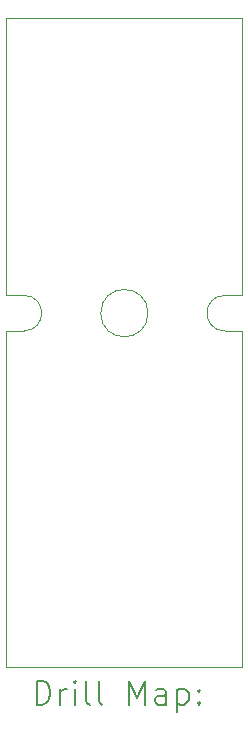
<source format=gbr>
%TF.GenerationSoftware,KiCad,Pcbnew,8.0.3*%
%TF.CreationDate,2025-02-02T19:32:29+01:00*%
%TF.ProjectId,RC,52432e6b-6963-4616-945f-706362585858,rev?*%
%TF.SameCoordinates,Original*%
%TF.FileFunction,Drillmap*%
%TF.FilePolarity,Positive*%
%FSLAX45Y45*%
G04 Gerber Fmt 4.5, Leading zero omitted, Abs format (unit mm)*
G04 Created by KiCad (PCBNEW 8.0.3) date 2025-02-02 19:32:29*
%MOMM*%
%LPD*%
G01*
G04 APERTURE LIST*
%ADD10C,0.050000*%
%ADD11C,0.200000*%
G04 APERTURE END LIST*
D10*
X15950000Y-12500000D02*
X13950000Y-12500000D01*
X14100000Y-9650000D02*
X13950000Y-9650000D01*
X15800000Y-9650000D02*
X15950000Y-9650000D01*
X14100000Y-9350000D02*
X13950000Y-9350000D01*
X14100000Y-9350000D02*
G75*
G02*
X14100000Y-9650000I0J-150000D01*
G01*
X15950000Y-7000000D02*
X15950000Y-9350000D01*
X15950000Y-9650000D02*
X15950000Y-12500000D01*
X15800000Y-9650000D02*
G75*
G02*
X15800000Y-9350000I0J150000D01*
G01*
X13950000Y-12500000D02*
X13950000Y-9650000D01*
X15800000Y-9350000D02*
X15950000Y-9350000D01*
X13950000Y-7000000D02*
X15950000Y-7000000D01*
X15150000Y-9500000D02*
G75*
G02*
X14750000Y-9500000I-200000J0D01*
G01*
X14750000Y-9500000D02*
G75*
G02*
X15150000Y-9500000I200000J0D01*
G01*
X13950000Y-9350000D02*
X13950000Y-7000000D01*
D11*
X14208277Y-12813984D02*
X14208277Y-12613984D01*
X14208277Y-12613984D02*
X14255896Y-12613984D01*
X14255896Y-12613984D02*
X14284467Y-12623508D01*
X14284467Y-12623508D02*
X14303515Y-12642555D01*
X14303515Y-12642555D02*
X14313039Y-12661603D01*
X14313039Y-12661603D02*
X14322562Y-12699698D01*
X14322562Y-12699698D02*
X14322562Y-12728269D01*
X14322562Y-12728269D02*
X14313039Y-12766365D01*
X14313039Y-12766365D02*
X14303515Y-12785412D01*
X14303515Y-12785412D02*
X14284467Y-12804460D01*
X14284467Y-12804460D02*
X14255896Y-12813984D01*
X14255896Y-12813984D02*
X14208277Y-12813984D01*
X14408277Y-12813984D02*
X14408277Y-12680650D01*
X14408277Y-12718746D02*
X14417801Y-12699698D01*
X14417801Y-12699698D02*
X14427324Y-12690174D01*
X14427324Y-12690174D02*
X14446372Y-12680650D01*
X14446372Y-12680650D02*
X14465420Y-12680650D01*
X14532086Y-12813984D02*
X14532086Y-12680650D01*
X14532086Y-12613984D02*
X14522562Y-12623508D01*
X14522562Y-12623508D02*
X14532086Y-12633031D01*
X14532086Y-12633031D02*
X14541610Y-12623508D01*
X14541610Y-12623508D02*
X14532086Y-12613984D01*
X14532086Y-12613984D02*
X14532086Y-12633031D01*
X14655896Y-12813984D02*
X14636848Y-12804460D01*
X14636848Y-12804460D02*
X14627324Y-12785412D01*
X14627324Y-12785412D02*
X14627324Y-12613984D01*
X14760658Y-12813984D02*
X14741610Y-12804460D01*
X14741610Y-12804460D02*
X14732086Y-12785412D01*
X14732086Y-12785412D02*
X14732086Y-12613984D01*
X14989229Y-12813984D02*
X14989229Y-12613984D01*
X14989229Y-12613984D02*
X15055896Y-12756841D01*
X15055896Y-12756841D02*
X15122562Y-12613984D01*
X15122562Y-12613984D02*
X15122562Y-12813984D01*
X15303515Y-12813984D02*
X15303515Y-12709222D01*
X15303515Y-12709222D02*
X15293991Y-12690174D01*
X15293991Y-12690174D02*
X15274943Y-12680650D01*
X15274943Y-12680650D02*
X15236848Y-12680650D01*
X15236848Y-12680650D02*
X15217801Y-12690174D01*
X15303515Y-12804460D02*
X15284467Y-12813984D01*
X15284467Y-12813984D02*
X15236848Y-12813984D01*
X15236848Y-12813984D02*
X15217801Y-12804460D01*
X15217801Y-12804460D02*
X15208277Y-12785412D01*
X15208277Y-12785412D02*
X15208277Y-12766365D01*
X15208277Y-12766365D02*
X15217801Y-12747317D01*
X15217801Y-12747317D02*
X15236848Y-12737793D01*
X15236848Y-12737793D02*
X15284467Y-12737793D01*
X15284467Y-12737793D02*
X15303515Y-12728269D01*
X15398753Y-12680650D02*
X15398753Y-12880650D01*
X15398753Y-12690174D02*
X15417801Y-12680650D01*
X15417801Y-12680650D02*
X15455896Y-12680650D01*
X15455896Y-12680650D02*
X15474943Y-12690174D01*
X15474943Y-12690174D02*
X15484467Y-12699698D01*
X15484467Y-12699698D02*
X15493991Y-12718746D01*
X15493991Y-12718746D02*
X15493991Y-12775888D01*
X15493991Y-12775888D02*
X15484467Y-12794936D01*
X15484467Y-12794936D02*
X15474943Y-12804460D01*
X15474943Y-12804460D02*
X15455896Y-12813984D01*
X15455896Y-12813984D02*
X15417801Y-12813984D01*
X15417801Y-12813984D02*
X15398753Y-12804460D01*
X15579705Y-12794936D02*
X15589229Y-12804460D01*
X15589229Y-12804460D02*
X15579705Y-12813984D01*
X15579705Y-12813984D02*
X15570182Y-12804460D01*
X15570182Y-12804460D02*
X15579705Y-12794936D01*
X15579705Y-12794936D02*
X15579705Y-12813984D01*
X15579705Y-12690174D02*
X15589229Y-12699698D01*
X15589229Y-12699698D02*
X15579705Y-12709222D01*
X15579705Y-12709222D02*
X15570182Y-12699698D01*
X15570182Y-12699698D02*
X15579705Y-12690174D01*
X15579705Y-12690174D02*
X15579705Y-12709222D01*
M02*

</source>
